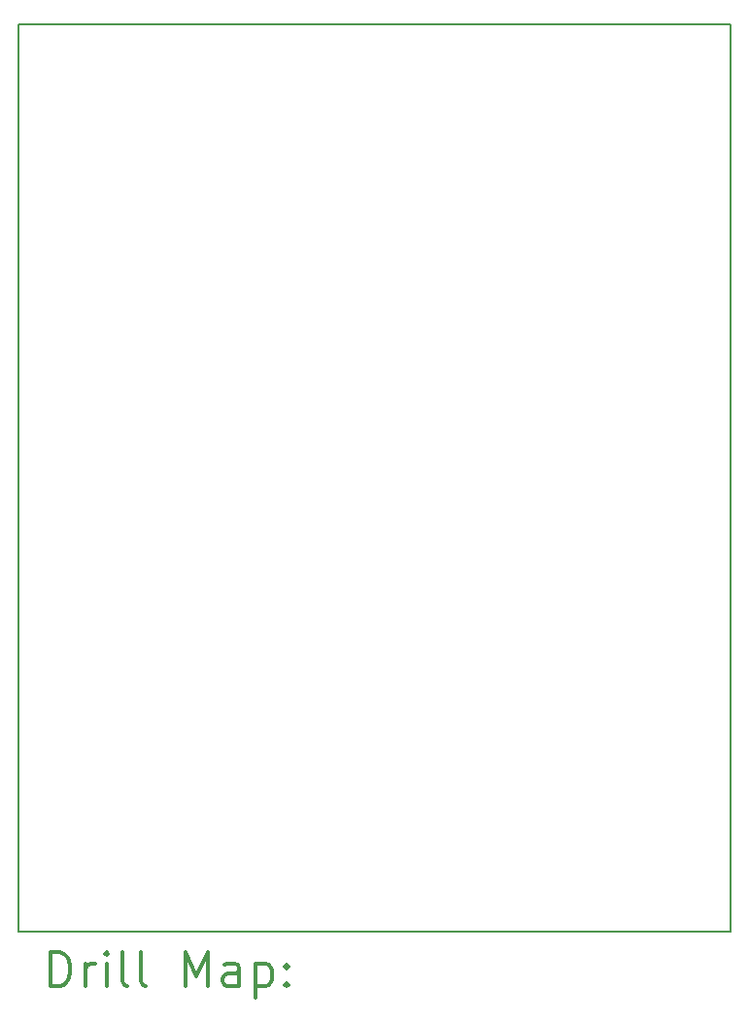
<source format=gbr>
%FSLAX45Y45*%
G04 Gerber Fmt 4.5, Leading zero omitted, Abs format (unit mm)*
G04 Created by KiCad (PCBNEW 5.0.1) date Tue 04 Dec 2018 09:14:12 PM EST*
%MOMM*%
%LPD*%
G01*
G04 APERTURE LIST*
%ADD10C,0.152400*%
%ADD11C,0.200000*%
%ADD12C,0.300000*%
G04 APERTURE END LIST*
D10*
X8965000Y-19270000D02*
X2765000Y-19275000D01*
X8965000Y-11375000D02*
X8965000Y-19270000D01*
X2765000Y-11375000D02*
X8965000Y-11375000D01*
X2765000Y-19275000D02*
X2765000Y-11375000D01*
D11*
D12*
X3043808Y-19748334D02*
X3043808Y-19448334D01*
X3115237Y-19448334D01*
X3158094Y-19462620D01*
X3186666Y-19491192D01*
X3200951Y-19519763D01*
X3215237Y-19576906D01*
X3215237Y-19619763D01*
X3200951Y-19676906D01*
X3186666Y-19705477D01*
X3158094Y-19734049D01*
X3115237Y-19748334D01*
X3043808Y-19748334D01*
X3343808Y-19748334D02*
X3343808Y-19548334D01*
X3343808Y-19605477D02*
X3358094Y-19576906D01*
X3372380Y-19562620D01*
X3400951Y-19548334D01*
X3429523Y-19548334D01*
X3529523Y-19748334D02*
X3529523Y-19548334D01*
X3529523Y-19448334D02*
X3515237Y-19462620D01*
X3529523Y-19476906D01*
X3543808Y-19462620D01*
X3529523Y-19448334D01*
X3529523Y-19476906D01*
X3715237Y-19748334D02*
X3686666Y-19734049D01*
X3672380Y-19705477D01*
X3672380Y-19448334D01*
X3872380Y-19748334D02*
X3843808Y-19734049D01*
X3829523Y-19705477D01*
X3829523Y-19448334D01*
X4215237Y-19748334D02*
X4215237Y-19448334D01*
X4315237Y-19662620D01*
X4415237Y-19448334D01*
X4415237Y-19748334D01*
X4686666Y-19748334D02*
X4686666Y-19591192D01*
X4672380Y-19562620D01*
X4643808Y-19548334D01*
X4586666Y-19548334D01*
X4558094Y-19562620D01*
X4686666Y-19734049D02*
X4658094Y-19748334D01*
X4586666Y-19748334D01*
X4558094Y-19734049D01*
X4543808Y-19705477D01*
X4543808Y-19676906D01*
X4558094Y-19648334D01*
X4586666Y-19634049D01*
X4658094Y-19634049D01*
X4686666Y-19619763D01*
X4829523Y-19548334D02*
X4829523Y-19848334D01*
X4829523Y-19562620D02*
X4858094Y-19548334D01*
X4915237Y-19548334D01*
X4943808Y-19562620D01*
X4958094Y-19576906D01*
X4972380Y-19605477D01*
X4972380Y-19691192D01*
X4958094Y-19719763D01*
X4943808Y-19734049D01*
X4915237Y-19748334D01*
X4858094Y-19748334D01*
X4829523Y-19734049D01*
X5100951Y-19719763D02*
X5115237Y-19734049D01*
X5100951Y-19748334D01*
X5086666Y-19734049D01*
X5100951Y-19719763D01*
X5100951Y-19748334D01*
X5100951Y-19562620D02*
X5115237Y-19576906D01*
X5100951Y-19591192D01*
X5086666Y-19576906D01*
X5100951Y-19562620D01*
X5100951Y-19591192D01*
M02*

</source>
